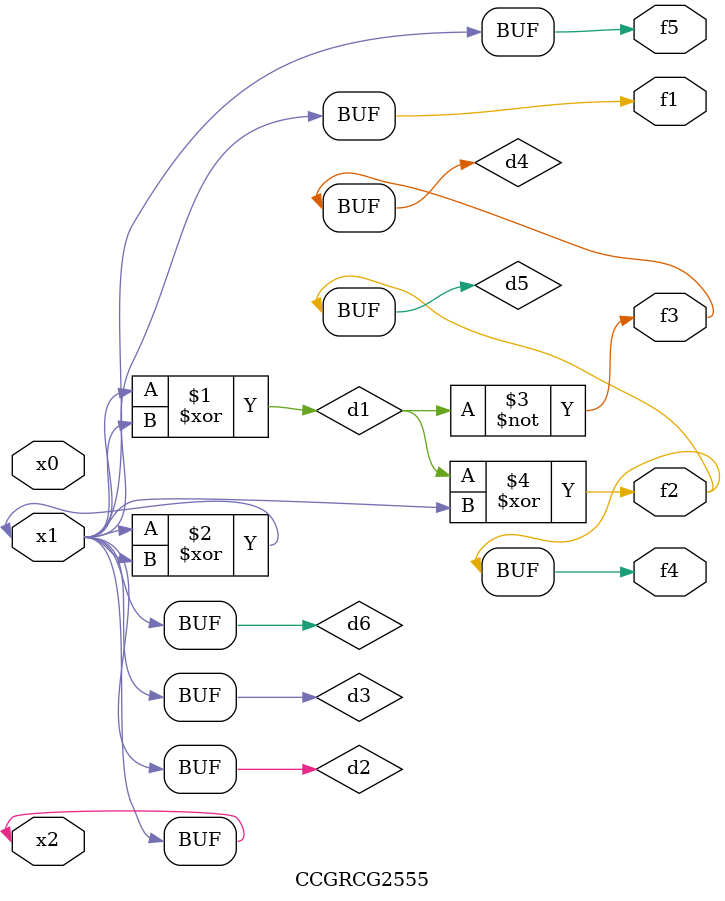
<source format=v>
module CCGRCG2555(
	input x0, x1, x2,
	output f1, f2, f3, f4, f5
);

	wire d1, d2, d3, d4, d5, d6;

	xor (d1, x1, x2);
	buf (d2, x1, x2);
	xor (d3, x1, x2);
	nor (d4, d1);
	xor (d5, d1, d2);
	buf (d6, d2, d3);
	assign f1 = d6;
	assign f2 = d5;
	assign f3 = d4;
	assign f4 = d5;
	assign f5 = d6;
endmodule

</source>
